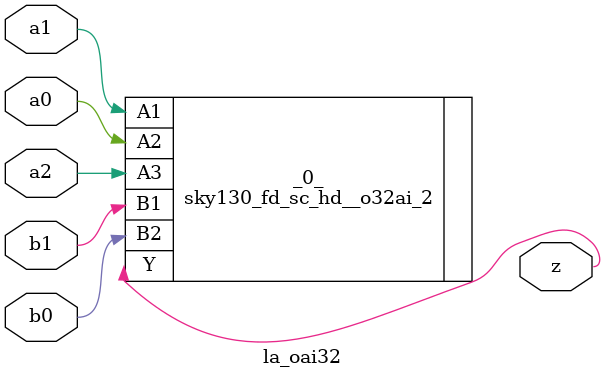
<source format=v>

module la_oai32(a0, a1, a2, b0, b1, z);
  input a0;
  input a1;
  input a2;
  input b0;
  input b1;
  output z;
  sky130_fd_sc_hd__o32ai_2 _0_ (
    .A1(a1),
    .A2(a0),
    .A3(a2),
    .B1(b1),
    .B2(b0),
    .Y(z)
  );
endmodule

</source>
